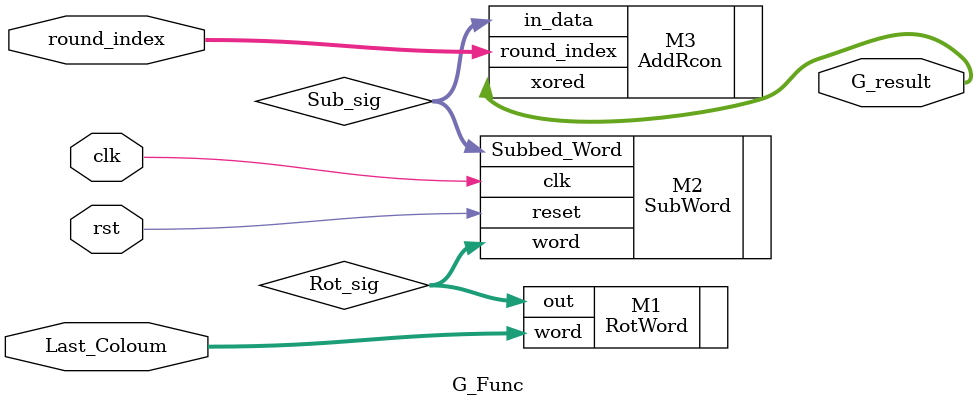
<source format=v>
`timescale 1ns / 1ps


module G_Func
    (
        output [31:0] G_result,
        input [31:0] Last_Coloum,
        input [3:0] round_index,
        input clk,rst 
    );
wire [31:0] Rot_sig,Sub_sig;
RotWord M1
(.out(Rot_sig),.word(Last_Coloum));
SubWord M2
(.Subbed_Word(Sub_sig),.word(Rot_sig),.clk(clk),.reset(rst));
AddRcon M3
(.xored(G_result),.round_index(round_index),.in_data(Sub_sig));
//reg [31:0]

endmodule

</source>
